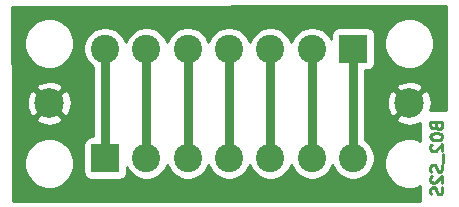
<source format=gbr>
G04 #@! TF.GenerationSoftware,KiCad,Pcbnew,5.1.5-52549c5~86~ubuntu18.04.1*
G04 #@! TF.CreationDate,2020-09-06T14:20:36-05:00*
G04 #@! TF.ProjectId,B02,4230322e-6b69-4636-9164-5f7063625858,rev?*
G04 #@! TF.SameCoordinates,Original*
G04 #@! TF.FileFunction,Copper,L2,Bot*
G04 #@! TF.FilePolarity,Positive*
%FSLAX46Y46*%
G04 Gerber Fmt 4.6, Leading zero omitted, Abs format (unit mm)*
G04 Created by KiCad (PCBNEW 5.1.5-52549c5~86~ubuntu18.04.1) date 2020-09-06 14:20:36*
%MOMM*%
%LPD*%
G04 APERTURE LIST*
%ADD10C,0.250000*%
%ADD11C,2.400000*%
%ADD12R,2.400000X2.400000*%
%ADD13C,2.499360*%
%ADD14C,0.750000*%
%ADD15C,0.254000*%
G04 APERTURE END LIST*
D10*
X56570571Y-30812123D02*
X56618190Y-30954980D01*
X56665809Y-31002600D01*
X56761047Y-31050219D01*
X56903904Y-31050219D01*
X56999142Y-31002600D01*
X57046761Y-30954980D01*
X57094380Y-30859742D01*
X57094380Y-30478790D01*
X56094380Y-30478790D01*
X56094380Y-30812123D01*
X56142000Y-30907361D01*
X56189619Y-30954980D01*
X56284857Y-31002600D01*
X56380095Y-31002600D01*
X56475333Y-30954980D01*
X56522952Y-30907361D01*
X56570571Y-30812123D01*
X56570571Y-30478790D01*
X56094380Y-31669266D02*
X56094380Y-31764504D01*
X56142000Y-31859742D01*
X56189619Y-31907361D01*
X56284857Y-31954980D01*
X56475333Y-32002600D01*
X56713428Y-32002600D01*
X56903904Y-31954980D01*
X56999142Y-31907361D01*
X57046761Y-31859742D01*
X57094380Y-31764504D01*
X57094380Y-31669266D01*
X57046761Y-31574028D01*
X56999142Y-31526409D01*
X56903904Y-31478790D01*
X56713428Y-31431171D01*
X56475333Y-31431171D01*
X56284857Y-31478790D01*
X56189619Y-31526409D01*
X56142000Y-31574028D01*
X56094380Y-31669266D01*
X56189619Y-32383552D02*
X56142000Y-32431171D01*
X56094380Y-32526409D01*
X56094380Y-32764504D01*
X56142000Y-32859742D01*
X56189619Y-32907361D01*
X56284857Y-32954980D01*
X56380095Y-32954980D01*
X56522952Y-32907361D01*
X57094380Y-32335933D01*
X57094380Y-32954980D01*
X57189619Y-33145457D02*
X57189619Y-33907361D01*
X57046761Y-34097838D02*
X57094380Y-34240695D01*
X57094380Y-34478790D01*
X57046761Y-34574028D01*
X56999142Y-34621647D01*
X56903904Y-34669266D01*
X56808666Y-34669266D01*
X56713428Y-34621647D01*
X56665809Y-34574028D01*
X56618190Y-34478790D01*
X56570571Y-34288314D01*
X56522952Y-34193076D01*
X56475333Y-34145457D01*
X56380095Y-34097838D01*
X56284857Y-34097838D01*
X56189619Y-34145457D01*
X56142000Y-34193076D01*
X56094380Y-34288314D01*
X56094380Y-34526409D01*
X56142000Y-34669266D01*
X56189619Y-35050219D02*
X56142000Y-35097838D01*
X56094380Y-35193076D01*
X56094380Y-35431171D01*
X56142000Y-35526409D01*
X56189619Y-35574028D01*
X56284857Y-35621647D01*
X56380095Y-35621647D01*
X56522952Y-35574028D01*
X57094380Y-35002600D01*
X57094380Y-35621647D01*
X57046761Y-36002600D02*
X57094380Y-36145457D01*
X57094380Y-36383552D01*
X57046761Y-36478790D01*
X56999142Y-36526409D01*
X56903904Y-36574028D01*
X56808666Y-36574028D01*
X56713428Y-36526409D01*
X56665809Y-36478790D01*
X56618190Y-36383552D01*
X56570571Y-36193076D01*
X56522952Y-36097838D01*
X56475333Y-36050219D01*
X56380095Y-36002600D01*
X56284857Y-36002600D01*
X56189619Y-36050219D01*
X56142000Y-36097838D01*
X56094380Y-36193076D01*
X56094380Y-36431171D01*
X56142000Y-36574028D01*
D11*
X49550000Y-33523000D03*
X46050000Y-33523000D03*
X42550000Y-33523000D03*
X39050000Y-33523000D03*
X35550000Y-33523000D03*
X32050000Y-33523000D03*
D12*
X28550000Y-33523000D03*
D11*
X28550000Y-24257000D03*
X32050000Y-24257000D03*
X35550000Y-24257000D03*
X39050000Y-24257000D03*
X42550000Y-24257000D03*
X46050000Y-24257000D03*
D12*
X49550000Y-24257000D03*
D13*
X54290000Y-28890000D03*
X23810000Y-28890000D03*
D14*
X28550000Y-33523000D02*
X28550000Y-24257000D01*
X32050000Y-31825944D02*
X32050000Y-24257000D01*
X32050000Y-33523000D02*
X32050000Y-31825944D01*
X35550000Y-31825944D02*
X35550000Y-24257000D01*
X35550000Y-33523000D02*
X35550000Y-31825944D01*
X39050000Y-33523000D02*
X39050000Y-24257000D01*
X42550000Y-33523000D02*
X42550000Y-24257000D01*
X46050000Y-33523000D02*
X46050000Y-24257000D01*
X49550000Y-33523000D02*
X49550000Y-24257000D01*
D15*
G36*
X57440001Y-29480695D02*
G01*
X56082372Y-29480695D01*
X56156975Y-29207613D01*
X56183065Y-28837281D01*
X56136405Y-28468975D01*
X56018789Y-28116849D01*
X55893315Y-27882104D01*
X55603377Y-27756229D01*
X54469605Y-28890000D01*
X54483748Y-28904142D01*
X54304142Y-29083748D01*
X54290000Y-29069605D01*
X53156229Y-30203377D01*
X53282104Y-30493315D01*
X53614262Y-30659139D01*
X53972387Y-30756975D01*
X54342719Y-30783065D01*
X54711025Y-30736405D01*
X55063151Y-30618789D01*
X55224500Y-30532546D01*
X55224500Y-32046176D01*
X54912756Y-31917047D01*
X54500279Y-31835000D01*
X54079721Y-31835000D01*
X53667244Y-31917047D01*
X53278698Y-32077988D01*
X52929017Y-32311637D01*
X52631637Y-32609017D01*
X52397988Y-32958698D01*
X52237047Y-33347244D01*
X52155000Y-33759721D01*
X52155000Y-34180279D01*
X52237047Y-34592756D01*
X52397988Y-34981302D01*
X52631637Y-35330983D01*
X52929017Y-35628363D01*
X53278698Y-35862012D01*
X53667244Y-36022953D01*
X54079721Y-36105000D01*
X54500279Y-36105000D01*
X54912756Y-36022953D01*
X55224500Y-35893824D01*
X55224500Y-37120000D01*
X20726070Y-37120000D01*
X20720979Y-33759721D01*
X21675000Y-33759721D01*
X21675000Y-34180279D01*
X21757047Y-34592756D01*
X21917988Y-34981302D01*
X22151637Y-35330983D01*
X22449017Y-35628363D01*
X22798698Y-35862012D01*
X23187244Y-36022953D01*
X23599721Y-36105000D01*
X24020279Y-36105000D01*
X24432756Y-36022953D01*
X24821302Y-35862012D01*
X25170983Y-35628363D01*
X25468363Y-35330983D01*
X25702012Y-34981302D01*
X25862953Y-34592756D01*
X25945000Y-34180279D01*
X25945000Y-33759721D01*
X25862953Y-33347244D01*
X25702012Y-32958698D01*
X25468363Y-32609017D01*
X25182346Y-32323000D01*
X26711928Y-32323000D01*
X26711928Y-34723000D01*
X26724188Y-34847482D01*
X26760498Y-34967180D01*
X26819463Y-35077494D01*
X26898815Y-35174185D01*
X26995506Y-35253537D01*
X27105820Y-35312502D01*
X27225518Y-35348812D01*
X27350000Y-35361072D01*
X29750000Y-35361072D01*
X29874482Y-35348812D01*
X29994180Y-35312502D01*
X30104494Y-35253537D01*
X30201185Y-35174185D01*
X30280537Y-35077494D01*
X30339502Y-34967180D01*
X30375812Y-34847482D01*
X30388072Y-34723000D01*
X30388072Y-34305838D01*
X30423844Y-34392199D01*
X30624662Y-34692744D01*
X30880256Y-34948338D01*
X31180801Y-35149156D01*
X31514750Y-35287482D01*
X31869268Y-35358000D01*
X32230732Y-35358000D01*
X32585250Y-35287482D01*
X32919199Y-35149156D01*
X33219744Y-34948338D01*
X33475338Y-34692744D01*
X33676156Y-34392199D01*
X33800000Y-34093213D01*
X33923844Y-34392199D01*
X34124662Y-34692744D01*
X34380256Y-34948338D01*
X34680801Y-35149156D01*
X35014750Y-35287482D01*
X35369268Y-35358000D01*
X35730732Y-35358000D01*
X36085250Y-35287482D01*
X36419199Y-35149156D01*
X36719744Y-34948338D01*
X36975338Y-34692744D01*
X37176156Y-34392199D01*
X37300000Y-34093213D01*
X37423844Y-34392199D01*
X37624662Y-34692744D01*
X37880256Y-34948338D01*
X38180801Y-35149156D01*
X38514750Y-35287482D01*
X38869268Y-35358000D01*
X39230732Y-35358000D01*
X39585250Y-35287482D01*
X39919199Y-35149156D01*
X40219744Y-34948338D01*
X40475338Y-34692744D01*
X40676156Y-34392199D01*
X40800000Y-34093213D01*
X40923844Y-34392199D01*
X41124662Y-34692744D01*
X41380256Y-34948338D01*
X41680801Y-35149156D01*
X42014750Y-35287482D01*
X42369268Y-35358000D01*
X42730732Y-35358000D01*
X43085250Y-35287482D01*
X43419199Y-35149156D01*
X43719744Y-34948338D01*
X43975338Y-34692744D01*
X44176156Y-34392199D01*
X44300000Y-34093213D01*
X44423844Y-34392199D01*
X44624662Y-34692744D01*
X44880256Y-34948338D01*
X45180801Y-35149156D01*
X45514750Y-35287482D01*
X45869268Y-35358000D01*
X46230732Y-35358000D01*
X46585250Y-35287482D01*
X46919199Y-35149156D01*
X47219744Y-34948338D01*
X47475338Y-34692744D01*
X47676156Y-34392199D01*
X47800000Y-34093213D01*
X47923844Y-34392199D01*
X48124662Y-34692744D01*
X48380256Y-34948338D01*
X48680801Y-35149156D01*
X49014750Y-35287482D01*
X49369268Y-35358000D01*
X49730732Y-35358000D01*
X50085250Y-35287482D01*
X50419199Y-35149156D01*
X50719744Y-34948338D01*
X50975338Y-34692744D01*
X51176156Y-34392199D01*
X51314482Y-34058250D01*
X51385000Y-33703732D01*
X51385000Y-33342268D01*
X51314482Y-32987750D01*
X51176156Y-32653801D01*
X50975338Y-32353256D01*
X50719744Y-32097662D01*
X50560000Y-31990924D01*
X50560000Y-28942719D01*
X52396935Y-28942719D01*
X52443595Y-29311025D01*
X52561211Y-29663151D01*
X52686685Y-29897896D01*
X52976623Y-30023771D01*
X54110395Y-28890000D01*
X52976623Y-27756229D01*
X52686685Y-27882104D01*
X52520861Y-28214262D01*
X52423025Y-28572387D01*
X52396935Y-28942719D01*
X50560000Y-28942719D01*
X50560000Y-27576623D01*
X53156229Y-27576623D01*
X54290000Y-28710395D01*
X55423771Y-27576623D01*
X55297896Y-27286685D01*
X54965738Y-27120861D01*
X54607613Y-27023025D01*
X54237281Y-26996935D01*
X53868975Y-27043595D01*
X53516849Y-27161211D01*
X53282104Y-27286685D01*
X53156229Y-27576623D01*
X50560000Y-27576623D01*
X50560000Y-26095072D01*
X50750000Y-26095072D01*
X50874482Y-26082812D01*
X50994180Y-26046502D01*
X51104494Y-25987537D01*
X51201185Y-25908185D01*
X51280537Y-25811494D01*
X51339502Y-25701180D01*
X51375812Y-25581482D01*
X51388072Y-25457000D01*
X51388072Y-23599721D01*
X52155000Y-23599721D01*
X52155000Y-24020279D01*
X52237047Y-24432756D01*
X52397988Y-24821302D01*
X52631637Y-25170983D01*
X52929017Y-25468363D01*
X53278698Y-25702012D01*
X53667244Y-25862953D01*
X54079721Y-25945000D01*
X54500279Y-25945000D01*
X54912756Y-25862953D01*
X55301302Y-25702012D01*
X55650983Y-25468363D01*
X55948363Y-25170983D01*
X56182012Y-24821302D01*
X56342953Y-24432756D01*
X56425000Y-24020279D01*
X56425000Y-23599721D01*
X56342953Y-23187244D01*
X56182012Y-22798698D01*
X55948363Y-22449017D01*
X55650983Y-22151637D01*
X55301302Y-21917988D01*
X54912756Y-21757047D01*
X54500279Y-21675000D01*
X54079721Y-21675000D01*
X53667244Y-21757047D01*
X53278698Y-21917988D01*
X52929017Y-22151637D01*
X52631637Y-22449017D01*
X52397988Y-22798698D01*
X52237047Y-23187244D01*
X52155000Y-23599721D01*
X51388072Y-23599721D01*
X51388072Y-23057000D01*
X51375812Y-22932518D01*
X51339502Y-22812820D01*
X51280537Y-22702506D01*
X51201185Y-22605815D01*
X51104494Y-22526463D01*
X50994180Y-22467498D01*
X50874482Y-22431188D01*
X50750000Y-22418928D01*
X48350000Y-22418928D01*
X48225518Y-22431188D01*
X48105820Y-22467498D01*
X47995506Y-22526463D01*
X47898815Y-22605815D01*
X47819463Y-22702506D01*
X47760498Y-22812820D01*
X47724188Y-22932518D01*
X47711928Y-23057000D01*
X47711928Y-23474162D01*
X47676156Y-23387801D01*
X47475338Y-23087256D01*
X47219744Y-22831662D01*
X46919199Y-22630844D01*
X46585250Y-22492518D01*
X46230732Y-22422000D01*
X45869268Y-22422000D01*
X45514750Y-22492518D01*
X45180801Y-22630844D01*
X44880256Y-22831662D01*
X44624662Y-23087256D01*
X44423844Y-23387801D01*
X44300000Y-23686787D01*
X44176156Y-23387801D01*
X43975338Y-23087256D01*
X43719744Y-22831662D01*
X43419199Y-22630844D01*
X43085250Y-22492518D01*
X42730732Y-22422000D01*
X42369268Y-22422000D01*
X42014750Y-22492518D01*
X41680801Y-22630844D01*
X41380256Y-22831662D01*
X41124662Y-23087256D01*
X40923844Y-23387801D01*
X40800000Y-23686787D01*
X40676156Y-23387801D01*
X40475338Y-23087256D01*
X40219744Y-22831662D01*
X39919199Y-22630844D01*
X39585250Y-22492518D01*
X39230732Y-22422000D01*
X38869268Y-22422000D01*
X38514750Y-22492518D01*
X38180801Y-22630844D01*
X37880256Y-22831662D01*
X37624662Y-23087256D01*
X37423844Y-23387801D01*
X37300000Y-23686787D01*
X37176156Y-23387801D01*
X36975338Y-23087256D01*
X36719744Y-22831662D01*
X36419199Y-22630844D01*
X36085250Y-22492518D01*
X35730732Y-22422000D01*
X35369268Y-22422000D01*
X35014750Y-22492518D01*
X34680801Y-22630844D01*
X34380256Y-22831662D01*
X34124662Y-23087256D01*
X33923844Y-23387801D01*
X33800000Y-23686787D01*
X33676156Y-23387801D01*
X33475338Y-23087256D01*
X33219744Y-22831662D01*
X32919199Y-22630844D01*
X32585250Y-22492518D01*
X32230732Y-22422000D01*
X31869268Y-22422000D01*
X31514750Y-22492518D01*
X31180801Y-22630844D01*
X30880256Y-22831662D01*
X30624662Y-23087256D01*
X30423844Y-23387801D01*
X30300000Y-23686787D01*
X30176156Y-23387801D01*
X29975338Y-23087256D01*
X29719744Y-22831662D01*
X29419199Y-22630844D01*
X29085250Y-22492518D01*
X28730732Y-22422000D01*
X28369268Y-22422000D01*
X28014750Y-22492518D01*
X27680801Y-22630844D01*
X27380256Y-22831662D01*
X27124662Y-23087256D01*
X26923844Y-23387801D01*
X26785518Y-23721750D01*
X26715000Y-24076268D01*
X26715000Y-24437732D01*
X26785518Y-24792250D01*
X26923844Y-25126199D01*
X27124662Y-25426744D01*
X27380256Y-25682338D01*
X27540001Y-25789076D01*
X27540000Y-31684928D01*
X27350000Y-31684928D01*
X27225518Y-31697188D01*
X27105820Y-31733498D01*
X26995506Y-31792463D01*
X26898815Y-31871815D01*
X26819463Y-31968506D01*
X26760498Y-32078820D01*
X26724188Y-32198518D01*
X26711928Y-32323000D01*
X25182346Y-32323000D01*
X25170983Y-32311637D01*
X24821302Y-32077988D01*
X24432756Y-31917047D01*
X24020279Y-31835000D01*
X23599721Y-31835000D01*
X23187244Y-31917047D01*
X22798698Y-32077988D01*
X22449017Y-32311637D01*
X22151637Y-32609017D01*
X21917988Y-32958698D01*
X21757047Y-33347244D01*
X21675000Y-33759721D01*
X20720979Y-33759721D01*
X20715591Y-30203377D01*
X22676229Y-30203377D01*
X22802104Y-30493315D01*
X23134262Y-30659139D01*
X23492387Y-30756975D01*
X23862719Y-30783065D01*
X24231025Y-30736405D01*
X24583151Y-30618789D01*
X24817896Y-30493315D01*
X24943771Y-30203377D01*
X23810000Y-29069605D01*
X22676229Y-30203377D01*
X20715591Y-30203377D01*
X20713681Y-28942719D01*
X21916935Y-28942719D01*
X21963595Y-29311025D01*
X22081211Y-29663151D01*
X22206685Y-29897896D01*
X22496623Y-30023771D01*
X23630395Y-28890000D01*
X23989605Y-28890000D01*
X25123377Y-30023771D01*
X25413315Y-29897896D01*
X25579139Y-29565738D01*
X25676975Y-29207613D01*
X25703065Y-28837281D01*
X25656405Y-28468975D01*
X25538789Y-28116849D01*
X25413315Y-27882104D01*
X25123377Y-27756229D01*
X23989605Y-28890000D01*
X23630395Y-28890000D01*
X22496623Y-27756229D01*
X22206685Y-27882104D01*
X22040861Y-28214262D01*
X21943025Y-28572387D01*
X21916935Y-28942719D01*
X20713681Y-28942719D01*
X20711612Y-27576623D01*
X22676229Y-27576623D01*
X23810000Y-28710395D01*
X24943771Y-27576623D01*
X24817896Y-27286685D01*
X24485738Y-27120861D01*
X24127613Y-27023025D01*
X23757281Y-26996935D01*
X23388975Y-27043595D01*
X23036849Y-27161211D01*
X22802104Y-27286685D01*
X22676229Y-27576623D01*
X20711612Y-27576623D01*
X20705586Y-23599721D01*
X21675000Y-23599721D01*
X21675000Y-24020279D01*
X21757047Y-24432756D01*
X21917988Y-24821302D01*
X22151637Y-25170983D01*
X22449017Y-25468363D01*
X22798698Y-25702012D01*
X23187244Y-25862953D01*
X23599721Y-25945000D01*
X24020279Y-25945000D01*
X24432756Y-25862953D01*
X24821302Y-25702012D01*
X25170983Y-25468363D01*
X25468363Y-25170983D01*
X25702012Y-24821302D01*
X25862953Y-24432756D01*
X25945000Y-24020279D01*
X25945000Y-23599721D01*
X25862953Y-23187244D01*
X25702012Y-22798698D01*
X25468363Y-22449017D01*
X25170983Y-22151637D01*
X24821302Y-21917988D01*
X24432756Y-21757047D01*
X24020279Y-21675000D01*
X23599721Y-21675000D01*
X23187244Y-21757047D01*
X22798698Y-21917988D01*
X22449017Y-22151637D01*
X22151637Y-22449017D01*
X21917988Y-22798698D01*
X21757047Y-23187244D01*
X21675000Y-23599721D01*
X20705586Y-23599721D01*
X20701193Y-20700913D01*
X57440000Y-20675784D01*
X57440001Y-29480695D01*
G37*
X57440001Y-29480695D02*
X56082372Y-29480695D01*
X56156975Y-29207613D01*
X56183065Y-28837281D01*
X56136405Y-28468975D01*
X56018789Y-28116849D01*
X55893315Y-27882104D01*
X55603377Y-27756229D01*
X54469605Y-28890000D01*
X54483748Y-28904142D01*
X54304142Y-29083748D01*
X54290000Y-29069605D01*
X53156229Y-30203377D01*
X53282104Y-30493315D01*
X53614262Y-30659139D01*
X53972387Y-30756975D01*
X54342719Y-30783065D01*
X54711025Y-30736405D01*
X55063151Y-30618789D01*
X55224500Y-30532546D01*
X55224500Y-32046176D01*
X54912756Y-31917047D01*
X54500279Y-31835000D01*
X54079721Y-31835000D01*
X53667244Y-31917047D01*
X53278698Y-32077988D01*
X52929017Y-32311637D01*
X52631637Y-32609017D01*
X52397988Y-32958698D01*
X52237047Y-33347244D01*
X52155000Y-33759721D01*
X52155000Y-34180279D01*
X52237047Y-34592756D01*
X52397988Y-34981302D01*
X52631637Y-35330983D01*
X52929017Y-35628363D01*
X53278698Y-35862012D01*
X53667244Y-36022953D01*
X54079721Y-36105000D01*
X54500279Y-36105000D01*
X54912756Y-36022953D01*
X55224500Y-35893824D01*
X55224500Y-37120000D01*
X20726070Y-37120000D01*
X20720979Y-33759721D01*
X21675000Y-33759721D01*
X21675000Y-34180279D01*
X21757047Y-34592756D01*
X21917988Y-34981302D01*
X22151637Y-35330983D01*
X22449017Y-35628363D01*
X22798698Y-35862012D01*
X23187244Y-36022953D01*
X23599721Y-36105000D01*
X24020279Y-36105000D01*
X24432756Y-36022953D01*
X24821302Y-35862012D01*
X25170983Y-35628363D01*
X25468363Y-35330983D01*
X25702012Y-34981302D01*
X25862953Y-34592756D01*
X25945000Y-34180279D01*
X25945000Y-33759721D01*
X25862953Y-33347244D01*
X25702012Y-32958698D01*
X25468363Y-32609017D01*
X25182346Y-32323000D01*
X26711928Y-32323000D01*
X26711928Y-34723000D01*
X26724188Y-34847482D01*
X26760498Y-34967180D01*
X26819463Y-35077494D01*
X26898815Y-35174185D01*
X26995506Y-35253537D01*
X27105820Y-35312502D01*
X27225518Y-35348812D01*
X27350000Y-35361072D01*
X29750000Y-35361072D01*
X29874482Y-35348812D01*
X29994180Y-35312502D01*
X30104494Y-35253537D01*
X30201185Y-35174185D01*
X30280537Y-35077494D01*
X30339502Y-34967180D01*
X30375812Y-34847482D01*
X30388072Y-34723000D01*
X30388072Y-34305838D01*
X30423844Y-34392199D01*
X30624662Y-34692744D01*
X30880256Y-34948338D01*
X31180801Y-35149156D01*
X31514750Y-35287482D01*
X31869268Y-35358000D01*
X32230732Y-35358000D01*
X32585250Y-35287482D01*
X32919199Y-35149156D01*
X33219744Y-34948338D01*
X33475338Y-34692744D01*
X33676156Y-34392199D01*
X33800000Y-34093213D01*
X33923844Y-34392199D01*
X34124662Y-34692744D01*
X34380256Y-34948338D01*
X34680801Y-35149156D01*
X35014750Y-35287482D01*
X35369268Y-35358000D01*
X35730732Y-35358000D01*
X36085250Y-35287482D01*
X36419199Y-35149156D01*
X36719744Y-34948338D01*
X36975338Y-34692744D01*
X37176156Y-34392199D01*
X37300000Y-34093213D01*
X37423844Y-34392199D01*
X37624662Y-34692744D01*
X37880256Y-34948338D01*
X38180801Y-35149156D01*
X38514750Y-35287482D01*
X38869268Y-35358000D01*
X39230732Y-35358000D01*
X39585250Y-35287482D01*
X39919199Y-35149156D01*
X40219744Y-34948338D01*
X40475338Y-34692744D01*
X40676156Y-34392199D01*
X40800000Y-34093213D01*
X40923844Y-34392199D01*
X41124662Y-34692744D01*
X41380256Y-34948338D01*
X41680801Y-35149156D01*
X42014750Y-35287482D01*
X42369268Y-35358000D01*
X42730732Y-35358000D01*
X43085250Y-35287482D01*
X43419199Y-35149156D01*
X43719744Y-34948338D01*
X43975338Y-34692744D01*
X44176156Y-34392199D01*
X44300000Y-34093213D01*
X44423844Y-34392199D01*
X44624662Y-34692744D01*
X44880256Y-34948338D01*
X45180801Y-35149156D01*
X45514750Y-35287482D01*
X45869268Y-35358000D01*
X46230732Y-35358000D01*
X46585250Y-35287482D01*
X46919199Y-35149156D01*
X47219744Y-34948338D01*
X47475338Y-34692744D01*
X47676156Y-34392199D01*
X47800000Y-34093213D01*
X47923844Y-34392199D01*
X48124662Y-34692744D01*
X48380256Y-34948338D01*
X48680801Y-35149156D01*
X49014750Y-35287482D01*
X49369268Y-35358000D01*
X49730732Y-35358000D01*
X50085250Y-35287482D01*
X50419199Y-35149156D01*
X50719744Y-34948338D01*
X50975338Y-34692744D01*
X51176156Y-34392199D01*
X51314482Y-34058250D01*
X51385000Y-33703732D01*
X51385000Y-33342268D01*
X51314482Y-32987750D01*
X51176156Y-32653801D01*
X50975338Y-32353256D01*
X50719744Y-32097662D01*
X50560000Y-31990924D01*
X50560000Y-28942719D01*
X52396935Y-28942719D01*
X52443595Y-29311025D01*
X52561211Y-29663151D01*
X52686685Y-29897896D01*
X52976623Y-30023771D01*
X54110395Y-28890000D01*
X52976623Y-27756229D01*
X52686685Y-27882104D01*
X52520861Y-28214262D01*
X52423025Y-28572387D01*
X52396935Y-28942719D01*
X50560000Y-28942719D01*
X50560000Y-27576623D01*
X53156229Y-27576623D01*
X54290000Y-28710395D01*
X55423771Y-27576623D01*
X55297896Y-27286685D01*
X54965738Y-27120861D01*
X54607613Y-27023025D01*
X54237281Y-26996935D01*
X53868975Y-27043595D01*
X53516849Y-27161211D01*
X53282104Y-27286685D01*
X53156229Y-27576623D01*
X50560000Y-27576623D01*
X50560000Y-26095072D01*
X50750000Y-26095072D01*
X50874482Y-26082812D01*
X50994180Y-26046502D01*
X51104494Y-25987537D01*
X51201185Y-25908185D01*
X51280537Y-25811494D01*
X51339502Y-25701180D01*
X51375812Y-25581482D01*
X51388072Y-25457000D01*
X51388072Y-23599721D01*
X52155000Y-23599721D01*
X52155000Y-24020279D01*
X52237047Y-24432756D01*
X52397988Y-24821302D01*
X52631637Y-25170983D01*
X52929017Y-25468363D01*
X53278698Y-25702012D01*
X53667244Y-25862953D01*
X54079721Y-25945000D01*
X54500279Y-25945000D01*
X54912756Y-25862953D01*
X55301302Y-25702012D01*
X55650983Y-25468363D01*
X55948363Y-25170983D01*
X56182012Y-24821302D01*
X56342953Y-24432756D01*
X56425000Y-24020279D01*
X56425000Y-23599721D01*
X56342953Y-23187244D01*
X56182012Y-22798698D01*
X55948363Y-22449017D01*
X55650983Y-22151637D01*
X55301302Y-21917988D01*
X54912756Y-21757047D01*
X54500279Y-21675000D01*
X54079721Y-21675000D01*
X53667244Y-21757047D01*
X53278698Y-21917988D01*
X52929017Y-22151637D01*
X52631637Y-22449017D01*
X52397988Y-22798698D01*
X52237047Y-23187244D01*
X52155000Y-23599721D01*
X51388072Y-23599721D01*
X51388072Y-23057000D01*
X51375812Y-22932518D01*
X51339502Y-22812820D01*
X51280537Y-22702506D01*
X51201185Y-22605815D01*
X51104494Y-22526463D01*
X50994180Y-22467498D01*
X50874482Y-22431188D01*
X50750000Y-22418928D01*
X48350000Y-22418928D01*
X48225518Y-22431188D01*
X48105820Y-22467498D01*
X47995506Y-22526463D01*
X47898815Y-22605815D01*
X47819463Y-22702506D01*
X47760498Y-22812820D01*
X47724188Y-22932518D01*
X47711928Y-23057000D01*
X47711928Y-23474162D01*
X47676156Y-23387801D01*
X47475338Y-23087256D01*
X47219744Y-22831662D01*
X46919199Y-22630844D01*
X46585250Y-22492518D01*
X46230732Y-22422000D01*
X45869268Y-22422000D01*
X45514750Y-22492518D01*
X45180801Y-22630844D01*
X44880256Y-22831662D01*
X44624662Y-23087256D01*
X44423844Y-23387801D01*
X44300000Y-23686787D01*
X44176156Y-23387801D01*
X43975338Y-23087256D01*
X43719744Y-22831662D01*
X43419199Y-22630844D01*
X43085250Y-22492518D01*
X42730732Y-22422000D01*
X42369268Y-22422000D01*
X42014750Y-22492518D01*
X41680801Y-22630844D01*
X41380256Y-22831662D01*
X41124662Y-23087256D01*
X40923844Y-23387801D01*
X40800000Y-23686787D01*
X40676156Y-23387801D01*
X40475338Y-23087256D01*
X40219744Y-22831662D01*
X39919199Y-22630844D01*
X39585250Y-22492518D01*
X39230732Y-22422000D01*
X38869268Y-22422000D01*
X38514750Y-22492518D01*
X38180801Y-22630844D01*
X37880256Y-22831662D01*
X37624662Y-23087256D01*
X37423844Y-23387801D01*
X37300000Y-23686787D01*
X37176156Y-23387801D01*
X36975338Y-23087256D01*
X36719744Y-22831662D01*
X36419199Y-22630844D01*
X36085250Y-22492518D01*
X35730732Y-22422000D01*
X35369268Y-22422000D01*
X35014750Y-22492518D01*
X34680801Y-22630844D01*
X34380256Y-22831662D01*
X34124662Y-23087256D01*
X33923844Y-23387801D01*
X33800000Y-23686787D01*
X33676156Y-23387801D01*
X33475338Y-23087256D01*
X33219744Y-22831662D01*
X32919199Y-22630844D01*
X32585250Y-22492518D01*
X32230732Y-22422000D01*
X31869268Y-22422000D01*
X31514750Y-22492518D01*
X31180801Y-22630844D01*
X30880256Y-22831662D01*
X30624662Y-23087256D01*
X30423844Y-23387801D01*
X30300000Y-23686787D01*
X30176156Y-23387801D01*
X29975338Y-23087256D01*
X29719744Y-22831662D01*
X29419199Y-22630844D01*
X29085250Y-22492518D01*
X28730732Y-22422000D01*
X28369268Y-22422000D01*
X28014750Y-22492518D01*
X27680801Y-22630844D01*
X27380256Y-22831662D01*
X27124662Y-23087256D01*
X26923844Y-23387801D01*
X26785518Y-23721750D01*
X26715000Y-24076268D01*
X26715000Y-24437732D01*
X26785518Y-24792250D01*
X26923844Y-25126199D01*
X27124662Y-25426744D01*
X27380256Y-25682338D01*
X27540001Y-25789076D01*
X27540000Y-31684928D01*
X27350000Y-31684928D01*
X27225518Y-31697188D01*
X27105820Y-31733498D01*
X26995506Y-31792463D01*
X26898815Y-31871815D01*
X26819463Y-31968506D01*
X26760498Y-32078820D01*
X26724188Y-32198518D01*
X26711928Y-32323000D01*
X25182346Y-32323000D01*
X25170983Y-32311637D01*
X24821302Y-32077988D01*
X24432756Y-31917047D01*
X24020279Y-31835000D01*
X23599721Y-31835000D01*
X23187244Y-31917047D01*
X22798698Y-32077988D01*
X22449017Y-32311637D01*
X22151637Y-32609017D01*
X21917988Y-32958698D01*
X21757047Y-33347244D01*
X21675000Y-33759721D01*
X20720979Y-33759721D01*
X20715591Y-30203377D01*
X22676229Y-30203377D01*
X22802104Y-30493315D01*
X23134262Y-30659139D01*
X23492387Y-30756975D01*
X23862719Y-30783065D01*
X24231025Y-30736405D01*
X24583151Y-30618789D01*
X24817896Y-30493315D01*
X24943771Y-30203377D01*
X23810000Y-29069605D01*
X22676229Y-30203377D01*
X20715591Y-30203377D01*
X20713681Y-28942719D01*
X21916935Y-28942719D01*
X21963595Y-29311025D01*
X22081211Y-29663151D01*
X22206685Y-29897896D01*
X22496623Y-30023771D01*
X23630395Y-28890000D01*
X23989605Y-28890000D01*
X25123377Y-30023771D01*
X25413315Y-29897896D01*
X25579139Y-29565738D01*
X25676975Y-29207613D01*
X25703065Y-28837281D01*
X25656405Y-28468975D01*
X25538789Y-28116849D01*
X25413315Y-27882104D01*
X25123377Y-27756229D01*
X23989605Y-28890000D01*
X23630395Y-28890000D01*
X22496623Y-27756229D01*
X22206685Y-27882104D01*
X22040861Y-28214262D01*
X21943025Y-28572387D01*
X21916935Y-28942719D01*
X20713681Y-28942719D01*
X20711612Y-27576623D01*
X22676229Y-27576623D01*
X23810000Y-28710395D01*
X24943771Y-27576623D01*
X24817896Y-27286685D01*
X24485738Y-27120861D01*
X24127613Y-27023025D01*
X23757281Y-26996935D01*
X23388975Y-27043595D01*
X23036849Y-27161211D01*
X22802104Y-27286685D01*
X22676229Y-27576623D01*
X20711612Y-27576623D01*
X20705586Y-23599721D01*
X21675000Y-23599721D01*
X21675000Y-24020279D01*
X21757047Y-24432756D01*
X21917988Y-24821302D01*
X22151637Y-25170983D01*
X22449017Y-25468363D01*
X22798698Y-25702012D01*
X23187244Y-25862953D01*
X23599721Y-25945000D01*
X24020279Y-25945000D01*
X24432756Y-25862953D01*
X24821302Y-25702012D01*
X25170983Y-25468363D01*
X25468363Y-25170983D01*
X25702012Y-24821302D01*
X25862953Y-24432756D01*
X25945000Y-24020279D01*
X25945000Y-23599721D01*
X25862953Y-23187244D01*
X25702012Y-22798698D01*
X25468363Y-22449017D01*
X25170983Y-22151637D01*
X24821302Y-21917988D01*
X24432756Y-21757047D01*
X24020279Y-21675000D01*
X23599721Y-21675000D01*
X23187244Y-21757047D01*
X22798698Y-21917988D01*
X22449017Y-22151637D01*
X22151637Y-22449017D01*
X21917988Y-22798698D01*
X21757047Y-23187244D01*
X21675000Y-23599721D01*
X20705586Y-23599721D01*
X20701193Y-20700913D01*
X57440000Y-20675784D01*
X57440001Y-29480695D01*
M02*

</source>
